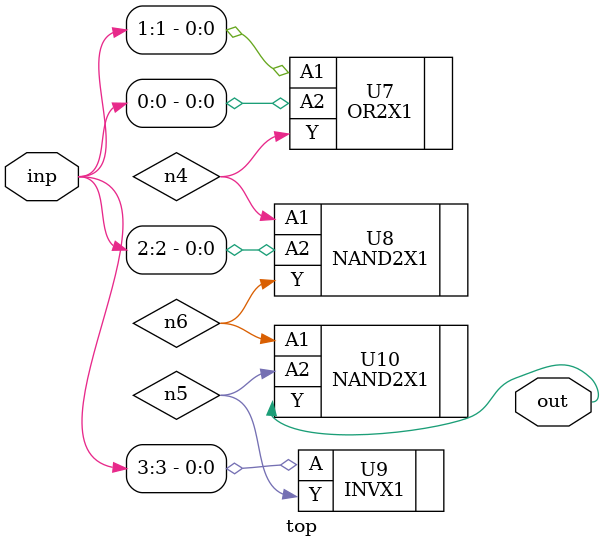
<source format=sv>


module top ( inp, out );
  input [3:0] inp;
  output out;
  wire   n4, n5, n6;

  OR2X1 U7 ( .A1(inp[1]), .A2(inp[0]), .Y(n4) );
  NAND2X1 U8 ( .A1(n4), .A2(inp[2]), .Y(n6) );
  INVX1 U9 ( .A(inp[3]), .Y(n5) );
  NAND2X1 U10 ( .A1(n6), .A2(n5), .Y(out) );
endmodule


</source>
